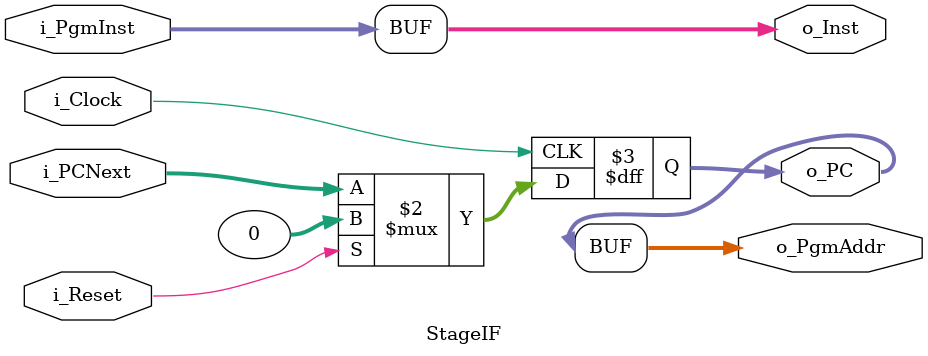
<source format=sv>
module StageIF
#(
    parameter DATA_WIDTH = 32,
    parameter ADDR_WIDTH = 32,
    parameter PC_WIDTH   = 32,
    parameter REG_WIDTH  = 5) 
(
    input  logic                i_Clock,   // Clock
    input  logic                i_Reset,   // Reset    
    
    input  logic [31:0]         i_PgmInst, // Instruccio de programa
    output logic [PC_WIDTH-1:0] o_PgmAddr, // Adressa de programa

    input  logic [PC_WIDTH-1:0] i_PCNext,  // El nou PC
    
    output logic [31:0] o_Inst,            // Instruccio    
    output logic [PC_WIDTH-1:0] o_PC);     // PC


    // ------------------------------------------------------------------------
    // Control del PC
    // ------------------------------------------------------------------------
        
    assign o_PgmAddr = o_PC; 
    assign o_Inst = i_PgmInst;
    
    always_ff @(posedge i_Clock)
        o_PC <= i_Reset ? 0 : i_PCNext;
    
endmodule

</source>
